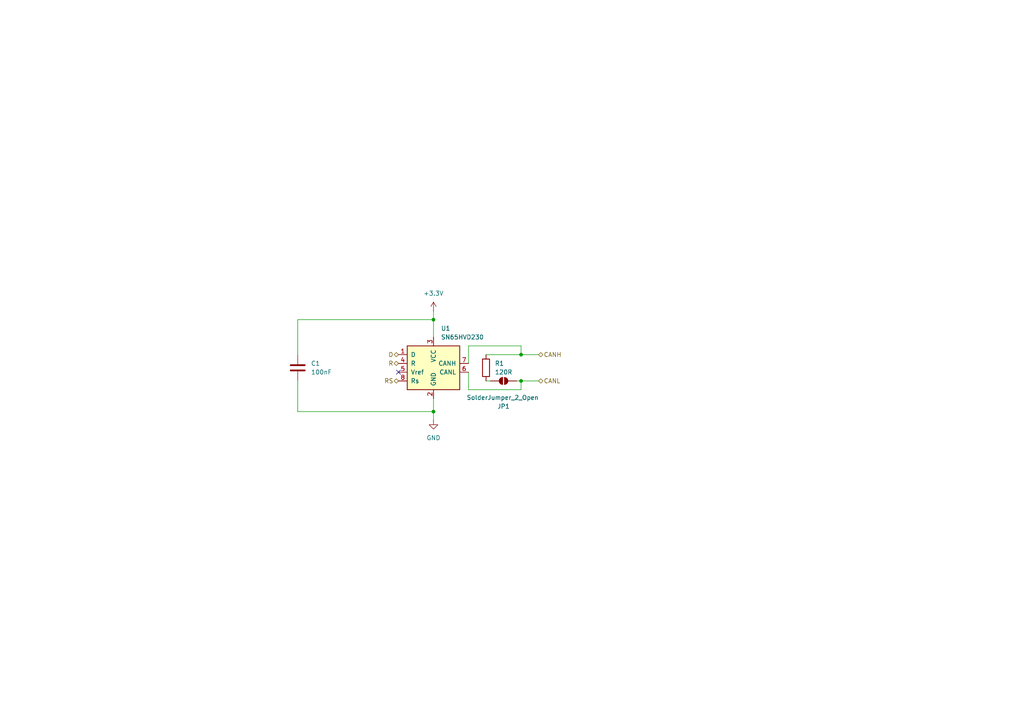
<source format=kicad_sch>
(kicad_sch
	(version 20250114)
	(generator "eeschema")
	(generator_version "9.0")
	(uuid "0b791ad7-4f8b-4bda-a019-e66d86df9ab6")
	(paper "A4")
	(lib_symbols
		(symbol "Device:C"
			(pin_numbers
				(hide yes)
			)
			(pin_names
				(offset 0.254)
			)
			(exclude_from_sim no)
			(in_bom yes)
			(on_board yes)
			(property "Reference" "C"
				(at 0.635 2.54 0)
				(effects
					(font
						(size 1.27 1.27)
					)
					(justify left)
				)
			)
			(property "Value" "C"
				(at 0.635 -2.54 0)
				(effects
					(font
						(size 1.27 1.27)
					)
					(justify left)
				)
			)
			(property "Footprint" ""
				(at 0.9652 -3.81 0)
				(effects
					(font
						(size 1.27 1.27)
					)
					(hide yes)
				)
			)
			(property "Datasheet" "~"
				(at 0 0 0)
				(effects
					(font
						(size 1.27 1.27)
					)
					(hide yes)
				)
			)
			(property "Description" "Unpolarized capacitor"
				(at 0 0 0)
				(effects
					(font
						(size 1.27 1.27)
					)
					(hide yes)
				)
			)
			(property "ki_keywords" "cap capacitor"
				(at 0 0 0)
				(effects
					(font
						(size 1.27 1.27)
					)
					(hide yes)
				)
			)
			(property "ki_fp_filters" "C_*"
				(at 0 0 0)
				(effects
					(font
						(size 1.27 1.27)
					)
					(hide yes)
				)
			)
			(symbol "C_0_1"
				(polyline
					(pts
						(xy -2.032 0.762) (xy 2.032 0.762)
					)
					(stroke
						(width 0.508)
						(type default)
					)
					(fill
						(type none)
					)
				)
				(polyline
					(pts
						(xy -2.032 -0.762) (xy 2.032 -0.762)
					)
					(stroke
						(width 0.508)
						(type default)
					)
					(fill
						(type none)
					)
				)
			)
			(symbol "C_1_1"
				(pin passive line
					(at 0 3.81 270)
					(length 2.794)
					(name "~"
						(effects
							(font
								(size 1.27 1.27)
							)
						)
					)
					(number "1"
						(effects
							(font
								(size 1.27 1.27)
							)
						)
					)
				)
				(pin passive line
					(at 0 -3.81 90)
					(length 2.794)
					(name "~"
						(effects
							(font
								(size 1.27 1.27)
							)
						)
					)
					(number "2"
						(effects
							(font
								(size 1.27 1.27)
							)
						)
					)
				)
			)
			(embedded_fonts no)
		)
		(symbol "Device:R"
			(pin_numbers
				(hide yes)
			)
			(pin_names
				(offset 0)
			)
			(exclude_from_sim no)
			(in_bom yes)
			(on_board yes)
			(property "Reference" "R"
				(at 2.032 0 90)
				(effects
					(font
						(size 1.27 1.27)
					)
				)
			)
			(property "Value" "R"
				(at 0 0 90)
				(effects
					(font
						(size 1.27 1.27)
					)
				)
			)
			(property "Footprint" ""
				(at -1.778 0 90)
				(effects
					(font
						(size 1.27 1.27)
					)
					(hide yes)
				)
			)
			(property "Datasheet" "~"
				(at 0 0 0)
				(effects
					(font
						(size 1.27 1.27)
					)
					(hide yes)
				)
			)
			(property "Description" "Resistor"
				(at 0 0 0)
				(effects
					(font
						(size 1.27 1.27)
					)
					(hide yes)
				)
			)
			(property "ki_keywords" "R res resistor"
				(at 0 0 0)
				(effects
					(font
						(size 1.27 1.27)
					)
					(hide yes)
				)
			)
			(property "ki_fp_filters" "R_*"
				(at 0 0 0)
				(effects
					(font
						(size 1.27 1.27)
					)
					(hide yes)
				)
			)
			(symbol "R_0_1"
				(rectangle
					(start -1.016 -2.54)
					(end 1.016 2.54)
					(stroke
						(width 0.254)
						(type default)
					)
					(fill
						(type none)
					)
				)
			)
			(symbol "R_1_1"
				(pin passive line
					(at 0 3.81 270)
					(length 1.27)
					(name "~"
						(effects
							(font
								(size 1.27 1.27)
							)
						)
					)
					(number "1"
						(effects
							(font
								(size 1.27 1.27)
							)
						)
					)
				)
				(pin passive line
					(at 0 -3.81 90)
					(length 1.27)
					(name "~"
						(effects
							(font
								(size 1.27 1.27)
							)
						)
					)
					(number "2"
						(effects
							(font
								(size 1.27 1.27)
							)
						)
					)
				)
			)
			(embedded_fonts no)
		)
		(symbol "Interface_CAN_LIN:SN65HVD230"
			(pin_names
				(offset 1.016)
			)
			(exclude_from_sim no)
			(in_bom yes)
			(on_board yes)
			(property "Reference" "U"
				(at -2.54 10.16 0)
				(effects
					(font
						(size 1.27 1.27)
					)
					(justify right)
				)
			)
			(property "Value" "SN65HVD230"
				(at -2.54 7.62 0)
				(effects
					(font
						(size 1.27 1.27)
					)
					(justify right)
				)
			)
			(property "Footprint" "Package_SO:SOIC-8_3.9x4.9mm_P1.27mm"
				(at 0 -12.7 0)
				(effects
					(font
						(size 1.27 1.27)
					)
					(hide yes)
				)
			)
			(property "Datasheet" "http://www.ti.com/lit/ds/symlink/sn65hvd230.pdf"
				(at -2.54 10.16 0)
				(effects
					(font
						(size 1.27 1.27)
					)
					(hide yes)
				)
			)
			(property "Description" "CAN Bus Transceivers, 3.3V, 1Mbps, Low-Power capabilities, SOIC-8"
				(at 0 0 0)
				(effects
					(font
						(size 1.27 1.27)
					)
					(hide yes)
				)
			)
			(property "ki_keywords" "can transeiver ti low-power"
				(at 0 0 0)
				(effects
					(font
						(size 1.27 1.27)
					)
					(hide yes)
				)
			)
			(property "ki_fp_filters" "SOIC*3.9x4.9mm*P1.27mm*"
				(at 0 0 0)
				(effects
					(font
						(size 1.27 1.27)
					)
					(hide yes)
				)
			)
			(symbol "SN65HVD230_0_1"
				(rectangle
					(start -7.62 5.08)
					(end 7.62 -7.62)
					(stroke
						(width 0.254)
						(type default)
					)
					(fill
						(type background)
					)
				)
			)
			(symbol "SN65HVD230_1_1"
				(pin input line
					(at -10.16 2.54 0)
					(length 2.54)
					(name "D"
						(effects
							(font
								(size 1.27 1.27)
							)
						)
					)
					(number "1"
						(effects
							(font
								(size 1.27 1.27)
							)
						)
					)
				)
				(pin output line
					(at -10.16 0 0)
					(length 2.54)
					(name "R"
						(effects
							(font
								(size 1.27 1.27)
							)
						)
					)
					(number "4"
						(effects
							(font
								(size 1.27 1.27)
							)
						)
					)
				)
				(pin output line
					(at -10.16 -2.54 0)
					(length 2.54)
					(name "Vref"
						(effects
							(font
								(size 1.27 1.27)
							)
						)
					)
					(number "5"
						(effects
							(font
								(size 1.27 1.27)
							)
						)
					)
				)
				(pin input line
					(at -10.16 -5.08 0)
					(length 2.54)
					(name "Rs"
						(effects
							(font
								(size 1.27 1.27)
							)
						)
					)
					(number "8"
						(effects
							(font
								(size 1.27 1.27)
							)
						)
					)
				)
				(pin power_in line
					(at 0 7.62 270)
					(length 2.54)
					(name "VCC"
						(effects
							(font
								(size 1.27 1.27)
							)
						)
					)
					(number "3"
						(effects
							(font
								(size 1.27 1.27)
							)
						)
					)
				)
				(pin power_in line
					(at 0 -10.16 90)
					(length 2.54)
					(name "GND"
						(effects
							(font
								(size 1.27 1.27)
							)
						)
					)
					(number "2"
						(effects
							(font
								(size 1.27 1.27)
							)
						)
					)
				)
				(pin bidirectional line
					(at 10.16 0 180)
					(length 2.54)
					(name "CANH"
						(effects
							(font
								(size 1.27 1.27)
							)
						)
					)
					(number "7"
						(effects
							(font
								(size 1.27 1.27)
							)
						)
					)
				)
				(pin bidirectional line
					(at 10.16 -2.54 180)
					(length 2.54)
					(name "CANL"
						(effects
							(font
								(size 1.27 1.27)
							)
						)
					)
					(number "6"
						(effects
							(font
								(size 1.27 1.27)
							)
						)
					)
				)
			)
			(embedded_fonts no)
		)
		(symbol "Jumper:SolderJumper_2_Open"
			(pin_numbers
				(hide yes)
			)
			(pin_names
				(offset 0)
				(hide yes)
			)
			(exclude_from_sim no)
			(in_bom no)
			(on_board yes)
			(property "Reference" "JP"
				(at 0 2.032 0)
				(effects
					(font
						(size 1.27 1.27)
					)
				)
			)
			(property "Value" "SolderJumper_2_Open"
				(at 0 -2.54 0)
				(effects
					(font
						(size 1.27 1.27)
					)
				)
			)
			(property "Footprint" ""
				(at 0 0 0)
				(effects
					(font
						(size 1.27 1.27)
					)
					(hide yes)
				)
			)
			(property "Datasheet" "~"
				(at 0 0 0)
				(effects
					(font
						(size 1.27 1.27)
					)
					(hide yes)
				)
			)
			(property "Description" "Solder Jumper, 2-pole, open"
				(at 0 0 0)
				(effects
					(font
						(size 1.27 1.27)
					)
					(hide yes)
				)
			)
			(property "ki_keywords" "solder jumper SPST"
				(at 0 0 0)
				(effects
					(font
						(size 1.27 1.27)
					)
					(hide yes)
				)
			)
			(property "ki_fp_filters" "SolderJumper*Open*"
				(at 0 0 0)
				(effects
					(font
						(size 1.27 1.27)
					)
					(hide yes)
				)
			)
			(symbol "SolderJumper_2_Open_0_1"
				(polyline
					(pts
						(xy -0.254 1.016) (xy -0.254 -1.016)
					)
					(stroke
						(width 0)
						(type default)
					)
					(fill
						(type none)
					)
				)
				(arc
					(start -0.254 -1.016)
					(mid -1.2656 0)
					(end -0.254 1.016)
					(stroke
						(width 0)
						(type default)
					)
					(fill
						(type none)
					)
				)
				(arc
					(start -0.254 -1.016)
					(mid -1.2656 0)
					(end -0.254 1.016)
					(stroke
						(width 0)
						(type default)
					)
					(fill
						(type outline)
					)
				)
				(arc
					(start 0.254 1.016)
					(mid 1.2656 0)
					(end 0.254 -1.016)
					(stroke
						(width 0)
						(type default)
					)
					(fill
						(type none)
					)
				)
				(arc
					(start 0.254 1.016)
					(mid 1.2656 0)
					(end 0.254 -1.016)
					(stroke
						(width 0)
						(type default)
					)
					(fill
						(type outline)
					)
				)
				(polyline
					(pts
						(xy 0.254 1.016) (xy 0.254 -1.016)
					)
					(stroke
						(width 0)
						(type default)
					)
					(fill
						(type none)
					)
				)
			)
			(symbol "SolderJumper_2_Open_1_1"
				(pin passive line
					(at -3.81 0 0)
					(length 2.54)
					(name "A"
						(effects
							(font
								(size 1.27 1.27)
							)
						)
					)
					(number "1"
						(effects
							(font
								(size 1.27 1.27)
							)
						)
					)
				)
				(pin passive line
					(at 3.81 0 180)
					(length 2.54)
					(name "B"
						(effects
							(font
								(size 1.27 1.27)
							)
						)
					)
					(number "2"
						(effects
							(font
								(size 1.27 1.27)
							)
						)
					)
				)
			)
			(embedded_fonts no)
		)
		(symbol "power:+3.3V"
			(power)
			(pin_numbers
				(hide yes)
			)
			(pin_names
				(offset 0)
				(hide yes)
			)
			(exclude_from_sim no)
			(in_bom yes)
			(on_board yes)
			(property "Reference" "#PWR"
				(at 0 -3.81 0)
				(effects
					(font
						(size 1.27 1.27)
					)
					(hide yes)
				)
			)
			(property "Value" "+3.3V"
				(at 0 3.556 0)
				(effects
					(font
						(size 1.27 1.27)
					)
				)
			)
			(property "Footprint" ""
				(at 0 0 0)
				(effects
					(font
						(size 1.27 1.27)
					)
					(hide yes)
				)
			)
			(property "Datasheet" ""
				(at 0 0 0)
				(effects
					(font
						(size 1.27 1.27)
					)
					(hide yes)
				)
			)
			(property "Description" "Power symbol creates a global label with name \"+3.3V\""
				(at 0 0 0)
				(effects
					(font
						(size 1.27 1.27)
					)
					(hide yes)
				)
			)
			(property "ki_keywords" "global power"
				(at 0 0 0)
				(effects
					(font
						(size 1.27 1.27)
					)
					(hide yes)
				)
			)
			(symbol "+3.3V_0_1"
				(polyline
					(pts
						(xy -0.762 1.27) (xy 0 2.54)
					)
					(stroke
						(width 0)
						(type default)
					)
					(fill
						(type none)
					)
				)
				(polyline
					(pts
						(xy 0 2.54) (xy 0.762 1.27)
					)
					(stroke
						(width 0)
						(type default)
					)
					(fill
						(type none)
					)
				)
				(polyline
					(pts
						(xy 0 0) (xy 0 2.54)
					)
					(stroke
						(width 0)
						(type default)
					)
					(fill
						(type none)
					)
				)
			)
			(symbol "+3.3V_1_1"
				(pin power_in line
					(at 0 0 90)
					(length 0)
					(name "~"
						(effects
							(font
								(size 1.27 1.27)
							)
						)
					)
					(number "1"
						(effects
							(font
								(size 1.27 1.27)
							)
						)
					)
				)
			)
			(embedded_fonts no)
		)
		(symbol "power:GND"
			(power)
			(pin_numbers
				(hide yes)
			)
			(pin_names
				(offset 0)
				(hide yes)
			)
			(exclude_from_sim no)
			(in_bom yes)
			(on_board yes)
			(property "Reference" "#PWR"
				(at 0 -6.35 0)
				(effects
					(font
						(size 1.27 1.27)
					)
					(hide yes)
				)
			)
			(property "Value" "GND"
				(at 0 -3.81 0)
				(effects
					(font
						(size 1.27 1.27)
					)
				)
			)
			(property "Footprint" ""
				(at 0 0 0)
				(effects
					(font
						(size 1.27 1.27)
					)
					(hide yes)
				)
			)
			(property "Datasheet" ""
				(at 0 0 0)
				(effects
					(font
						(size 1.27 1.27)
					)
					(hide yes)
				)
			)
			(property "Description" "Power symbol creates a global label with name \"GND\" , ground"
				(at 0 0 0)
				(effects
					(font
						(size 1.27 1.27)
					)
					(hide yes)
				)
			)
			(property "ki_keywords" "global power"
				(at 0 0 0)
				(effects
					(font
						(size 1.27 1.27)
					)
					(hide yes)
				)
			)
			(symbol "GND_0_1"
				(polyline
					(pts
						(xy 0 0) (xy 0 -1.27) (xy 1.27 -1.27) (xy 0 -2.54) (xy -1.27 -1.27) (xy 0 -1.27)
					)
					(stroke
						(width 0)
						(type default)
					)
					(fill
						(type none)
					)
				)
			)
			(symbol "GND_1_1"
				(pin power_in line
					(at 0 0 270)
					(length 0)
					(name "~"
						(effects
							(font
								(size 1.27 1.27)
							)
						)
					)
					(number "1"
						(effects
							(font
								(size 1.27 1.27)
							)
						)
					)
				)
			)
			(embedded_fonts no)
		)
	)
	(junction
		(at 151.13 102.87)
		(diameter 0)
		(color 0 0 0 0)
		(uuid "7d2bfe67-0545-4a77-85dc-bec32b4c10da")
	)
	(junction
		(at 125.73 119.38)
		(diameter 0)
		(color 0 0 0 0)
		(uuid "96fbb1a1-31da-4fa6-ab0e-0bf3fd257ed7")
	)
	(junction
		(at 151.13 110.49)
		(diameter 0)
		(color 0 0 0 0)
		(uuid "e5dcea63-c7ef-4163-8671-69ec76e2ea77")
	)
	(junction
		(at 125.73 92.71)
		(diameter 0)
		(color 0 0 0 0)
		(uuid "f7eadb2e-4f8d-4bde-bdd3-4ba927c453b7")
	)
	(no_connect
		(at 115.57 107.95)
		(uuid "8d5f0c1a-cbf1-4552-9953-5c911874d8df")
	)
	(wire
		(pts
			(xy 135.89 100.33) (xy 135.89 105.41)
		)
		(stroke
			(width 0)
			(type default)
		)
		(uuid "0c864824-db68-4bf1-942a-0ba1f958ad4f")
	)
	(wire
		(pts
			(xy 140.97 110.49) (xy 142.24 110.49)
		)
		(stroke
			(width 0)
			(type default)
		)
		(uuid "1fbbdab4-82c8-4781-85ed-81c809fe0ed6")
	)
	(wire
		(pts
			(xy 86.36 110.49) (xy 86.36 119.38)
		)
		(stroke
			(width 0)
			(type default)
		)
		(uuid "219b5538-4f53-40b7-b7fa-d484c302a5f6")
	)
	(wire
		(pts
			(xy 125.73 90.17) (xy 125.73 92.71)
		)
		(stroke
			(width 0)
			(type default)
		)
		(uuid "34c50ff2-218d-4c55-b121-b5a8305215c2")
	)
	(wire
		(pts
			(xy 140.97 102.87) (xy 151.13 102.87)
		)
		(stroke
			(width 0)
			(type default)
		)
		(uuid "45479a79-77d3-4210-ab19-d56466c002af")
	)
	(wire
		(pts
			(xy 125.73 92.71) (xy 86.36 92.71)
		)
		(stroke
			(width 0)
			(type default)
		)
		(uuid "5e37905b-05ed-4558-8aad-e654a019c3e5")
	)
	(wire
		(pts
			(xy 135.89 113.03) (xy 135.89 107.95)
		)
		(stroke
			(width 0)
			(type default)
		)
		(uuid "5f628129-4931-4836-bb17-6cc3474bd67e")
	)
	(wire
		(pts
			(xy 86.36 92.71) (xy 86.36 102.87)
		)
		(stroke
			(width 0)
			(type default)
		)
		(uuid "74ce9d38-a601-4746-b313-9071ffd9dcde")
	)
	(wire
		(pts
			(xy 151.13 110.49) (xy 151.13 113.03)
		)
		(stroke
			(width 0)
			(type default)
		)
		(uuid "7d3fd73f-9816-46a3-96c8-313a19bcf80d")
	)
	(wire
		(pts
			(xy 125.73 92.71) (xy 125.73 97.79)
		)
		(stroke
			(width 0)
			(type default)
		)
		(uuid "997416e7-ba04-43aa-8078-9589a23ec937")
	)
	(wire
		(pts
			(xy 125.73 119.38) (xy 125.73 115.57)
		)
		(stroke
			(width 0)
			(type default)
		)
		(uuid "99c98d9b-825f-4b30-b2a5-bdc1a61eefac")
	)
	(wire
		(pts
			(xy 151.13 102.87) (xy 151.13 100.33)
		)
		(stroke
			(width 0)
			(type default)
		)
		(uuid "9c717b31-658a-4956-8e2a-3862876ba3b3")
	)
	(wire
		(pts
			(xy 149.86 110.49) (xy 151.13 110.49)
		)
		(stroke
			(width 0)
			(type default)
		)
		(uuid "9d1ca189-c751-4e0d-a80b-539b0ec17e39")
	)
	(wire
		(pts
			(xy 86.36 119.38) (xy 125.73 119.38)
		)
		(stroke
			(width 0)
			(type default)
		)
		(uuid "b2c5d675-585a-4912-b58d-9add6e01cda5")
	)
	(wire
		(pts
			(xy 151.13 113.03) (xy 135.89 113.03)
		)
		(stroke
			(width 0)
			(type default)
		)
		(uuid "cba73359-85d8-4552-ab09-873eb714c8da")
	)
	(wire
		(pts
			(xy 125.73 121.92) (xy 125.73 119.38)
		)
		(stroke
			(width 0)
			(type default)
		)
		(uuid "cc012f29-12fd-4f8d-9d7e-0a258f70cdb1")
	)
	(wire
		(pts
			(xy 151.13 110.49) (xy 156.21 110.49)
		)
		(stroke
			(width 0)
			(type default)
		)
		(uuid "d04e60b6-d42a-44f0-bf0a-290f8773ff35")
	)
	(wire
		(pts
			(xy 151.13 100.33) (xy 135.89 100.33)
		)
		(stroke
			(width 0)
			(type default)
		)
		(uuid "d3e032b9-7bbf-4677-bedd-dd6496b44c66")
	)
	(wire
		(pts
			(xy 151.13 102.87) (xy 156.21 102.87)
		)
		(stroke
			(width 0)
			(type default)
		)
		(uuid "f75b62ff-6747-46bb-877f-90313f80cd9e")
	)
	(hierarchical_label "RS"
		(shape bidirectional)
		(at 115.57 110.49 180)
		(effects
			(font
				(size 1.27 1.27)
			)
			(justify right)
		)
		(uuid "1fb6fb3e-d546-46bb-b050-83a3ff21db39")
	)
	(hierarchical_label "CANH"
		(shape bidirectional)
		(at 156.21 102.87 0)
		(effects
			(font
				(size 1.27 1.27)
			)
			(justify left)
		)
		(uuid "681964e6-dd36-4209-a74e-7048724fcb4a")
	)
	(hierarchical_label "R"
		(shape bidirectional)
		(at 115.57 105.41 180)
		(effects
			(font
				(size 1.27 1.27)
			)
			(justify right)
		)
		(uuid "ad19a7b2-25ac-42e6-bbaf-21700e5296c8")
	)
	(hierarchical_label "CANL"
		(shape bidirectional)
		(at 156.21 110.49 0)
		(effects
			(font
				(size 1.27 1.27)
			)
			(justify left)
		)
		(uuid "d323562e-d0a1-40a6-995b-d848522b8404")
	)
	(hierarchical_label "D"
		(shape bidirectional)
		(at 115.57 102.87 180)
		(effects
			(font
				(size 1.27 1.27)
			)
			(justify right)
		)
		(uuid "ef3fc3ed-2ba8-4327-aa12-ef875f7b7786")
	)
	(symbol
		(lib_id "Jumper:SolderJumper_2_Open")
		(at 146.05 110.49 0)
		(unit 1)
		(exclude_from_sim no)
		(in_bom no)
		(on_board yes)
		(dnp no)
		(uuid "2ab8a1f4-c089-4963-94ff-1cb62e150c59")
		(property "Reference" "JP1"
			(at 146.05 117.856 0)
			(effects
				(font
					(size 1.27 1.27)
				)
			)
		)
		(property "Value" "SolderJumper_2_Open"
			(at 145.796 115.316 0)
			(effects
				(font
					(size 1.27 1.27)
				)
			)
		)
		(property "Footprint" "Jumper:SolderJumper-2_P1.3mm_Open_TrianglePad1.0x1.5mm"
			(at 146.05 110.49 0)
			(effects
				(font
					(size 1.27 1.27)
				)
				(hide yes)
			)
		)
		(property "Datasheet" "~"
			(at 146.05 110.49 0)
			(effects
				(font
					(size 1.27 1.27)
				)
				(hide yes)
			)
		)
		(property "Description" "Solder Jumper, 2-pole, open"
			(at 146.05 110.49 0)
			(effects
				(font
					(size 1.27 1.27)
				)
				(hide yes)
			)
		)
		(pin "1"
			(uuid "6db0a5a5-b9f2-4a1f-af1a-dee379c9208f")
		)
		(pin "2"
			(uuid "6ae3ac27-8f50-4ca2-a0de-80e371b30a25")
		)
		(instances
			(project ""
				(path "/8a3e7f99-4046-40e8-bd7c-d9d1c8c7162e/5582202c-f32a-4245-a5f8-7aec56821a23"
					(reference "JP1")
					(unit 1)
				)
			)
		)
	)
	(symbol
		(lib_id "Device:C")
		(at 86.36 106.68 0)
		(unit 1)
		(exclude_from_sim no)
		(in_bom yes)
		(on_board yes)
		(dnp no)
		(fields_autoplaced yes)
		(uuid "3fba6fb9-32c9-4927-8c70-2a582ba5a731")
		(property "Reference" "C1"
			(at 90.17 105.4099 0)
			(effects
				(font
					(size 1.27 1.27)
				)
				(justify left)
			)
		)
		(property "Value" "100nF"
			(at 90.17 107.9499 0)
			(effects
				(font
					(size 1.27 1.27)
				)
				(justify left)
			)
		)
		(property "Footprint" "Capacitor_SMD:C_1210_3225Metric_Pad1.33x2.70mm_HandSolder"
			(at 87.3252 110.49 0)
			(effects
				(font
					(size 1.27 1.27)
				)
				(hide yes)
			)
		)
		(property "Datasheet" "~"
			(at 86.36 106.68 0)
			(effects
				(font
					(size 1.27 1.27)
				)
				(hide yes)
			)
		)
		(property "Description" "Unpolarized capacitor"
			(at 86.36 106.68 0)
			(effects
				(font
					(size 1.27 1.27)
				)
				(hide yes)
			)
		)
		(property "lcsc" "C6565120"
			(at 86.36 106.68 0)
			(effects
				(font
					(size 1.27 1.27)
				)
				(hide yes)
			)
		)
		(pin "1"
			(uuid "71ca76fe-801f-4504-84a9-e0b866742d06")
		)
		(pin "2"
			(uuid "eb78bf99-9aa6-4746-a364-8fbef9e67fbd")
		)
		(instances
			(project "CAN-Interface-Board"
				(path "/8a3e7f99-4046-40e8-bd7c-d9d1c8c7162e/5582202c-f32a-4245-a5f8-7aec56821a23"
					(reference "C1")
					(unit 1)
				)
			)
		)
	)
	(symbol
		(lib_id "power:+3.3V")
		(at 125.73 90.17 0)
		(unit 1)
		(exclude_from_sim no)
		(in_bom yes)
		(on_board yes)
		(dnp no)
		(fields_autoplaced yes)
		(uuid "5b64f1d0-7835-40ff-a2b6-6755bb51e2ce")
		(property "Reference" "#PWR011"
			(at 125.73 93.98 0)
			(effects
				(font
					(size 1.27 1.27)
				)
				(hide yes)
			)
		)
		(property "Value" "+3.3V"
			(at 125.73 85.09 0)
			(effects
				(font
					(size 1.27 1.27)
				)
			)
		)
		(property "Footprint" ""
			(at 125.73 90.17 0)
			(effects
				(font
					(size 1.27 1.27)
				)
				(hide yes)
			)
		)
		(property "Datasheet" ""
			(at 125.73 90.17 0)
			(effects
				(font
					(size 1.27 1.27)
				)
				(hide yes)
			)
		)
		(property "Description" "Power symbol creates a global label with name \"+3.3V\""
			(at 125.73 90.17 0)
			(effects
				(font
					(size 1.27 1.27)
				)
				(hide yes)
			)
		)
		(pin "1"
			(uuid "fae4a299-0ed2-4cf6-abc8-d20c191bd03e")
		)
		(instances
			(project ""
				(path "/8a3e7f99-4046-40e8-bd7c-d9d1c8c7162e/5582202c-f32a-4245-a5f8-7aec56821a23"
					(reference "#PWR011")
					(unit 1)
				)
			)
		)
	)
	(symbol
		(lib_id "Device:R")
		(at 140.97 106.68 0)
		(unit 1)
		(exclude_from_sim no)
		(in_bom yes)
		(on_board yes)
		(dnp no)
		(fields_autoplaced yes)
		(uuid "9c76ec8b-aff1-4ab1-baad-19368f7cdd47")
		(property "Reference" "R1"
			(at 143.51 105.4099 0)
			(effects
				(font
					(size 1.27 1.27)
				)
				(justify left)
			)
		)
		(property "Value" "120R"
			(at 143.51 107.9499 0)
			(effects
				(font
					(size 1.27 1.27)
				)
				(justify left)
			)
		)
		(property "Footprint" "Resistor_SMD:R_0603_1608Metric"
			(at 139.192 106.68 90)
			(effects
				(font
					(size 1.27 1.27)
				)
				(hide yes)
			)
		)
		(property "Datasheet" "~"
			(at 140.97 106.68 0)
			(effects
				(font
					(size 1.27 1.27)
				)
				(hide yes)
			)
		)
		(property "Description" "Resistor"
			(at 140.97 106.68 0)
			(effects
				(font
					(size 1.27 1.27)
				)
				(hide yes)
			)
		)
		(property "lcsc" "C4353191"
			(at 140.97 106.68 0)
			(effects
				(font
					(size 1.27 1.27)
				)
				(hide yes)
			)
		)
		(pin "1"
			(uuid "1f031dda-8086-4fe9-965b-a64fde7b2d18")
		)
		(pin "2"
			(uuid "6990e00a-c955-4119-aa6b-ce4a5a29b746")
		)
		(instances
			(project "CAN-Interface-Board"
				(path "/8a3e7f99-4046-40e8-bd7c-d9d1c8c7162e/5582202c-f32a-4245-a5f8-7aec56821a23"
					(reference "R1")
					(unit 1)
				)
			)
		)
	)
	(symbol
		(lib_id "power:GND")
		(at 125.73 121.92 0)
		(unit 1)
		(exclude_from_sim no)
		(in_bom yes)
		(on_board yes)
		(dnp no)
		(fields_autoplaced yes)
		(uuid "c4ae4e20-fd1a-40ec-9301-73ba76ce0af4")
		(property "Reference" "#PWR06"
			(at 125.73 128.27 0)
			(effects
				(font
					(size 1.27 1.27)
				)
				(hide yes)
			)
		)
		(property "Value" "GND"
			(at 125.73 127 0)
			(effects
				(font
					(size 1.27 1.27)
				)
			)
		)
		(property "Footprint" ""
			(at 125.73 121.92 0)
			(effects
				(font
					(size 1.27 1.27)
				)
				(hide yes)
			)
		)
		(property "Datasheet" ""
			(at 125.73 121.92 0)
			(effects
				(font
					(size 1.27 1.27)
				)
				(hide yes)
			)
		)
		(property "Description" "Power symbol creates a global label with name \"GND\" , ground"
			(at 125.73 121.92 0)
			(effects
				(font
					(size 1.27 1.27)
				)
				(hide yes)
			)
		)
		(pin "1"
			(uuid "044f3439-88af-49b0-a836-b96b6cab465a")
		)
		(instances
			(project ""
				(path "/8a3e7f99-4046-40e8-bd7c-d9d1c8c7162e/5582202c-f32a-4245-a5f8-7aec56821a23"
					(reference "#PWR06")
					(unit 1)
				)
			)
		)
	)
	(symbol
		(lib_id "Interface_CAN_LIN:SN65HVD230")
		(at 125.73 105.41 0)
		(unit 1)
		(exclude_from_sim no)
		(in_bom yes)
		(on_board yes)
		(dnp no)
		(fields_autoplaced yes)
		(uuid "d6415be1-4bba-4d73-854b-778ae35a8612")
		(property "Reference" "U1"
			(at 127.8733 95.25 0)
			(effects
				(font
					(size 1.27 1.27)
				)
				(justify left)
			)
		)
		(property "Value" "SN65HVD230"
			(at 127.8733 97.79 0)
			(effects
				(font
					(size 1.27 1.27)
				)
				(justify left)
			)
		)
		(property "Footprint" "Package_SO:SOIC-8_3.9x4.9mm_P1.27mm"
			(at 125.73 118.11 0)
			(effects
				(font
					(size 1.27 1.27)
				)
				(hide yes)
			)
		)
		(property "Datasheet" "http://www.ti.com/lit/ds/symlink/sn65hvd230.pdf"
			(at 123.19 95.25 0)
			(effects
				(font
					(size 1.27 1.27)
				)
				(hide yes)
			)
		)
		(property "Description" "CAN Bus Transceivers, 3.3V, 1Mbps, Low-Power capabilities, SOIC-8"
			(at 125.73 105.41 0)
			(effects
				(font
					(size 1.27 1.27)
				)
				(hide yes)
			)
		)
		(property "lcsc" "C12084"
			(at 125.73 105.41 0)
			(effects
				(font
					(size 1.27 1.27)
				)
				(hide yes)
			)
		)
		(pin "1"
			(uuid "77a3d9d2-17ea-48c8-b35d-7ac28a96762f")
		)
		(pin "4"
			(uuid "61be7eb7-9c88-4ec6-b8ac-1d2df2dcc24f")
		)
		(pin "7"
			(uuid "83ea6eba-39e0-4579-aaf9-17177ec20b1c")
		)
		(pin "8"
			(uuid "c446b29b-811e-48f7-b225-6a493e6f8b94")
		)
		(pin "2"
			(uuid "7d2cb6e9-7df4-4ad3-8dde-8c659b676a21")
		)
		(pin "5"
			(uuid "4f6e9829-9875-4455-82a8-95e166d2e6fc")
		)
		(pin "3"
			(uuid "c60501af-2030-44b9-b883-6ba6d10c54c8")
		)
		(pin "6"
			(uuid "751e03ca-2ca3-4f42-97b2-abd3bae0a018")
		)
		(instances
			(project "CAN-Interface-Board"
				(path "/8a3e7f99-4046-40e8-bd7c-d9d1c8c7162e/5582202c-f32a-4245-a5f8-7aec56821a23"
					(reference "U1")
					(unit 1)
				)
			)
		)
	)
)

</source>
